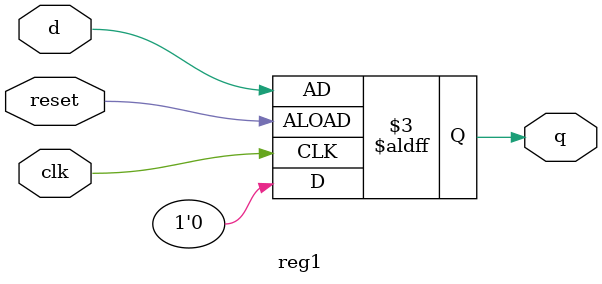
<source format=v>
`timescale 1ns/100ps

module reg1(

        input wire clk,
        input wire reset,
    	input wire d, 
    	output reg q);

	always @(posedge clk or negedge reset)
		if (~reset) begin
			q <= d;
		end
		else begin
			q <= 1'b0;
		end


endmodule
</source>
